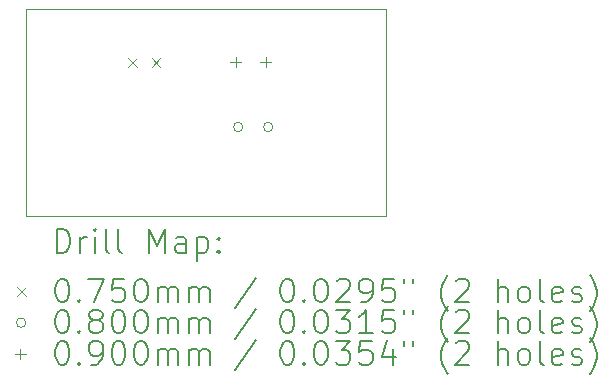
<source format=gbr>
%TF.GenerationSoftware,KiCad,Pcbnew,8.0.8*%
%TF.CreationDate,2025-02-20T18:26:07-06:00*%
%TF.ProjectId,LED_CIRCUIT,4c45445f-4349-4524-9355-49542e6b6963,rev?*%
%TF.SameCoordinates,Original*%
%TF.FileFunction,Drillmap*%
%TF.FilePolarity,Positive*%
%FSLAX45Y45*%
G04 Gerber Fmt 4.5, Leading zero omitted, Abs format (unit mm)*
G04 Created by KiCad (PCBNEW 8.0.8) date 2025-02-20 18:26:07*
%MOMM*%
%LPD*%
G01*
G04 APERTURE LIST*
%ADD10C,0.050000*%
%ADD11C,0.200000*%
%ADD12C,0.100000*%
G04 APERTURE END LIST*
D10*
X11450000Y-5750000D02*
X11450000Y-7500000D01*
X14500000Y-7500000D02*
X11450000Y-7500000D01*
X14500000Y-5750000D02*
X14500000Y-7500000D01*
X14500000Y-5750000D02*
X11450000Y-5750000D01*
D11*
D12*
X12312500Y-6167500D02*
X12387500Y-6242500D01*
X12387500Y-6167500D02*
X12312500Y-6242500D01*
X12512500Y-6167500D02*
X12587500Y-6242500D01*
X12587500Y-6167500D02*
X12512500Y-6242500D01*
X13285500Y-6750000D02*
G75*
G02*
X13205500Y-6750000I-40000J0D01*
G01*
X13205500Y-6750000D02*
G75*
G02*
X13285500Y-6750000I40000J0D01*
G01*
X13539500Y-6750000D02*
G75*
G02*
X13459500Y-6750000I-40000J0D01*
G01*
X13459500Y-6750000D02*
G75*
G02*
X13539500Y-6750000I40000J0D01*
G01*
X13223000Y-6155000D02*
X13223000Y-6245000D01*
X13178000Y-6200000D02*
X13268000Y-6200000D01*
X13477000Y-6155000D02*
X13477000Y-6245000D01*
X13432000Y-6200000D02*
X13522000Y-6200000D01*
D11*
X11708277Y-7813984D02*
X11708277Y-7613984D01*
X11708277Y-7613984D02*
X11755896Y-7613984D01*
X11755896Y-7613984D02*
X11784467Y-7623508D01*
X11784467Y-7623508D02*
X11803515Y-7642555D01*
X11803515Y-7642555D02*
X11813039Y-7661603D01*
X11813039Y-7661603D02*
X11822562Y-7699698D01*
X11822562Y-7699698D02*
X11822562Y-7728269D01*
X11822562Y-7728269D02*
X11813039Y-7766365D01*
X11813039Y-7766365D02*
X11803515Y-7785412D01*
X11803515Y-7785412D02*
X11784467Y-7804460D01*
X11784467Y-7804460D02*
X11755896Y-7813984D01*
X11755896Y-7813984D02*
X11708277Y-7813984D01*
X11908277Y-7813984D02*
X11908277Y-7680650D01*
X11908277Y-7718746D02*
X11917801Y-7699698D01*
X11917801Y-7699698D02*
X11927324Y-7690174D01*
X11927324Y-7690174D02*
X11946372Y-7680650D01*
X11946372Y-7680650D02*
X11965420Y-7680650D01*
X12032086Y-7813984D02*
X12032086Y-7680650D01*
X12032086Y-7613984D02*
X12022562Y-7623508D01*
X12022562Y-7623508D02*
X12032086Y-7633031D01*
X12032086Y-7633031D02*
X12041610Y-7623508D01*
X12041610Y-7623508D02*
X12032086Y-7613984D01*
X12032086Y-7613984D02*
X12032086Y-7633031D01*
X12155896Y-7813984D02*
X12136848Y-7804460D01*
X12136848Y-7804460D02*
X12127324Y-7785412D01*
X12127324Y-7785412D02*
X12127324Y-7613984D01*
X12260658Y-7813984D02*
X12241610Y-7804460D01*
X12241610Y-7804460D02*
X12232086Y-7785412D01*
X12232086Y-7785412D02*
X12232086Y-7613984D01*
X12489229Y-7813984D02*
X12489229Y-7613984D01*
X12489229Y-7613984D02*
X12555896Y-7756841D01*
X12555896Y-7756841D02*
X12622562Y-7613984D01*
X12622562Y-7613984D02*
X12622562Y-7813984D01*
X12803515Y-7813984D02*
X12803515Y-7709222D01*
X12803515Y-7709222D02*
X12793991Y-7690174D01*
X12793991Y-7690174D02*
X12774943Y-7680650D01*
X12774943Y-7680650D02*
X12736848Y-7680650D01*
X12736848Y-7680650D02*
X12717801Y-7690174D01*
X12803515Y-7804460D02*
X12784467Y-7813984D01*
X12784467Y-7813984D02*
X12736848Y-7813984D01*
X12736848Y-7813984D02*
X12717801Y-7804460D01*
X12717801Y-7804460D02*
X12708277Y-7785412D01*
X12708277Y-7785412D02*
X12708277Y-7766365D01*
X12708277Y-7766365D02*
X12717801Y-7747317D01*
X12717801Y-7747317D02*
X12736848Y-7737793D01*
X12736848Y-7737793D02*
X12784467Y-7737793D01*
X12784467Y-7737793D02*
X12803515Y-7728269D01*
X12898753Y-7680650D02*
X12898753Y-7880650D01*
X12898753Y-7690174D02*
X12917801Y-7680650D01*
X12917801Y-7680650D02*
X12955896Y-7680650D01*
X12955896Y-7680650D02*
X12974943Y-7690174D01*
X12974943Y-7690174D02*
X12984467Y-7699698D01*
X12984467Y-7699698D02*
X12993991Y-7718746D01*
X12993991Y-7718746D02*
X12993991Y-7775888D01*
X12993991Y-7775888D02*
X12984467Y-7794936D01*
X12984467Y-7794936D02*
X12974943Y-7804460D01*
X12974943Y-7804460D02*
X12955896Y-7813984D01*
X12955896Y-7813984D02*
X12917801Y-7813984D01*
X12917801Y-7813984D02*
X12898753Y-7804460D01*
X13079705Y-7794936D02*
X13089229Y-7804460D01*
X13089229Y-7804460D02*
X13079705Y-7813984D01*
X13079705Y-7813984D02*
X13070182Y-7804460D01*
X13070182Y-7804460D02*
X13079705Y-7794936D01*
X13079705Y-7794936D02*
X13079705Y-7813984D01*
X13079705Y-7690174D02*
X13089229Y-7699698D01*
X13089229Y-7699698D02*
X13079705Y-7709222D01*
X13079705Y-7709222D02*
X13070182Y-7699698D01*
X13070182Y-7699698D02*
X13079705Y-7690174D01*
X13079705Y-7690174D02*
X13079705Y-7709222D01*
D12*
X11372500Y-8105000D02*
X11447500Y-8180000D01*
X11447500Y-8105000D02*
X11372500Y-8180000D01*
D11*
X11746372Y-8033984D02*
X11765420Y-8033984D01*
X11765420Y-8033984D02*
X11784467Y-8043508D01*
X11784467Y-8043508D02*
X11793991Y-8053031D01*
X11793991Y-8053031D02*
X11803515Y-8072079D01*
X11803515Y-8072079D02*
X11813039Y-8110174D01*
X11813039Y-8110174D02*
X11813039Y-8157793D01*
X11813039Y-8157793D02*
X11803515Y-8195888D01*
X11803515Y-8195888D02*
X11793991Y-8214936D01*
X11793991Y-8214936D02*
X11784467Y-8224460D01*
X11784467Y-8224460D02*
X11765420Y-8233984D01*
X11765420Y-8233984D02*
X11746372Y-8233984D01*
X11746372Y-8233984D02*
X11727324Y-8224460D01*
X11727324Y-8224460D02*
X11717801Y-8214936D01*
X11717801Y-8214936D02*
X11708277Y-8195888D01*
X11708277Y-8195888D02*
X11698753Y-8157793D01*
X11698753Y-8157793D02*
X11698753Y-8110174D01*
X11698753Y-8110174D02*
X11708277Y-8072079D01*
X11708277Y-8072079D02*
X11717801Y-8053031D01*
X11717801Y-8053031D02*
X11727324Y-8043508D01*
X11727324Y-8043508D02*
X11746372Y-8033984D01*
X11898753Y-8214936D02*
X11908277Y-8224460D01*
X11908277Y-8224460D02*
X11898753Y-8233984D01*
X11898753Y-8233984D02*
X11889229Y-8224460D01*
X11889229Y-8224460D02*
X11898753Y-8214936D01*
X11898753Y-8214936D02*
X11898753Y-8233984D01*
X11974943Y-8033984D02*
X12108277Y-8033984D01*
X12108277Y-8033984D02*
X12022562Y-8233984D01*
X12279705Y-8033984D02*
X12184467Y-8033984D01*
X12184467Y-8033984D02*
X12174943Y-8129222D01*
X12174943Y-8129222D02*
X12184467Y-8119698D01*
X12184467Y-8119698D02*
X12203515Y-8110174D01*
X12203515Y-8110174D02*
X12251134Y-8110174D01*
X12251134Y-8110174D02*
X12270182Y-8119698D01*
X12270182Y-8119698D02*
X12279705Y-8129222D01*
X12279705Y-8129222D02*
X12289229Y-8148269D01*
X12289229Y-8148269D02*
X12289229Y-8195888D01*
X12289229Y-8195888D02*
X12279705Y-8214936D01*
X12279705Y-8214936D02*
X12270182Y-8224460D01*
X12270182Y-8224460D02*
X12251134Y-8233984D01*
X12251134Y-8233984D02*
X12203515Y-8233984D01*
X12203515Y-8233984D02*
X12184467Y-8224460D01*
X12184467Y-8224460D02*
X12174943Y-8214936D01*
X12413039Y-8033984D02*
X12432086Y-8033984D01*
X12432086Y-8033984D02*
X12451134Y-8043508D01*
X12451134Y-8043508D02*
X12460658Y-8053031D01*
X12460658Y-8053031D02*
X12470182Y-8072079D01*
X12470182Y-8072079D02*
X12479705Y-8110174D01*
X12479705Y-8110174D02*
X12479705Y-8157793D01*
X12479705Y-8157793D02*
X12470182Y-8195888D01*
X12470182Y-8195888D02*
X12460658Y-8214936D01*
X12460658Y-8214936D02*
X12451134Y-8224460D01*
X12451134Y-8224460D02*
X12432086Y-8233984D01*
X12432086Y-8233984D02*
X12413039Y-8233984D01*
X12413039Y-8233984D02*
X12393991Y-8224460D01*
X12393991Y-8224460D02*
X12384467Y-8214936D01*
X12384467Y-8214936D02*
X12374943Y-8195888D01*
X12374943Y-8195888D02*
X12365420Y-8157793D01*
X12365420Y-8157793D02*
X12365420Y-8110174D01*
X12365420Y-8110174D02*
X12374943Y-8072079D01*
X12374943Y-8072079D02*
X12384467Y-8053031D01*
X12384467Y-8053031D02*
X12393991Y-8043508D01*
X12393991Y-8043508D02*
X12413039Y-8033984D01*
X12565420Y-8233984D02*
X12565420Y-8100650D01*
X12565420Y-8119698D02*
X12574943Y-8110174D01*
X12574943Y-8110174D02*
X12593991Y-8100650D01*
X12593991Y-8100650D02*
X12622563Y-8100650D01*
X12622563Y-8100650D02*
X12641610Y-8110174D01*
X12641610Y-8110174D02*
X12651134Y-8129222D01*
X12651134Y-8129222D02*
X12651134Y-8233984D01*
X12651134Y-8129222D02*
X12660658Y-8110174D01*
X12660658Y-8110174D02*
X12679705Y-8100650D01*
X12679705Y-8100650D02*
X12708277Y-8100650D01*
X12708277Y-8100650D02*
X12727324Y-8110174D01*
X12727324Y-8110174D02*
X12736848Y-8129222D01*
X12736848Y-8129222D02*
X12736848Y-8233984D01*
X12832086Y-8233984D02*
X12832086Y-8100650D01*
X12832086Y-8119698D02*
X12841610Y-8110174D01*
X12841610Y-8110174D02*
X12860658Y-8100650D01*
X12860658Y-8100650D02*
X12889229Y-8100650D01*
X12889229Y-8100650D02*
X12908277Y-8110174D01*
X12908277Y-8110174D02*
X12917801Y-8129222D01*
X12917801Y-8129222D02*
X12917801Y-8233984D01*
X12917801Y-8129222D02*
X12927324Y-8110174D01*
X12927324Y-8110174D02*
X12946372Y-8100650D01*
X12946372Y-8100650D02*
X12974943Y-8100650D01*
X12974943Y-8100650D02*
X12993991Y-8110174D01*
X12993991Y-8110174D02*
X13003515Y-8129222D01*
X13003515Y-8129222D02*
X13003515Y-8233984D01*
X13393991Y-8024460D02*
X13222563Y-8281603D01*
X13651134Y-8033984D02*
X13670182Y-8033984D01*
X13670182Y-8033984D02*
X13689229Y-8043508D01*
X13689229Y-8043508D02*
X13698753Y-8053031D01*
X13698753Y-8053031D02*
X13708277Y-8072079D01*
X13708277Y-8072079D02*
X13717801Y-8110174D01*
X13717801Y-8110174D02*
X13717801Y-8157793D01*
X13717801Y-8157793D02*
X13708277Y-8195888D01*
X13708277Y-8195888D02*
X13698753Y-8214936D01*
X13698753Y-8214936D02*
X13689229Y-8224460D01*
X13689229Y-8224460D02*
X13670182Y-8233984D01*
X13670182Y-8233984D02*
X13651134Y-8233984D01*
X13651134Y-8233984D02*
X13632086Y-8224460D01*
X13632086Y-8224460D02*
X13622563Y-8214936D01*
X13622563Y-8214936D02*
X13613039Y-8195888D01*
X13613039Y-8195888D02*
X13603515Y-8157793D01*
X13603515Y-8157793D02*
X13603515Y-8110174D01*
X13603515Y-8110174D02*
X13613039Y-8072079D01*
X13613039Y-8072079D02*
X13622563Y-8053031D01*
X13622563Y-8053031D02*
X13632086Y-8043508D01*
X13632086Y-8043508D02*
X13651134Y-8033984D01*
X13803515Y-8214936D02*
X13813039Y-8224460D01*
X13813039Y-8224460D02*
X13803515Y-8233984D01*
X13803515Y-8233984D02*
X13793991Y-8224460D01*
X13793991Y-8224460D02*
X13803515Y-8214936D01*
X13803515Y-8214936D02*
X13803515Y-8233984D01*
X13936848Y-8033984D02*
X13955896Y-8033984D01*
X13955896Y-8033984D02*
X13974944Y-8043508D01*
X13974944Y-8043508D02*
X13984467Y-8053031D01*
X13984467Y-8053031D02*
X13993991Y-8072079D01*
X13993991Y-8072079D02*
X14003515Y-8110174D01*
X14003515Y-8110174D02*
X14003515Y-8157793D01*
X14003515Y-8157793D02*
X13993991Y-8195888D01*
X13993991Y-8195888D02*
X13984467Y-8214936D01*
X13984467Y-8214936D02*
X13974944Y-8224460D01*
X13974944Y-8224460D02*
X13955896Y-8233984D01*
X13955896Y-8233984D02*
X13936848Y-8233984D01*
X13936848Y-8233984D02*
X13917801Y-8224460D01*
X13917801Y-8224460D02*
X13908277Y-8214936D01*
X13908277Y-8214936D02*
X13898753Y-8195888D01*
X13898753Y-8195888D02*
X13889229Y-8157793D01*
X13889229Y-8157793D02*
X13889229Y-8110174D01*
X13889229Y-8110174D02*
X13898753Y-8072079D01*
X13898753Y-8072079D02*
X13908277Y-8053031D01*
X13908277Y-8053031D02*
X13917801Y-8043508D01*
X13917801Y-8043508D02*
X13936848Y-8033984D01*
X14079706Y-8053031D02*
X14089229Y-8043508D01*
X14089229Y-8043508D02*
X14108277Y-8033984D01*
X14108277Y-8033984D02*
X14155896Y-8033984D01*
X14155896Y-8033984D02*
X14174944Y-8043508D01*
X14174944Y-8043508D02*
X14184467Y-8053031D01*
X14184467Y-8053031D02*
X14193991Y-8072079D01*
X14193991Y-8072079D02*
X14193991Y-8091127D01*
X14193991Y-8091127D02*
X14184467Y-8119698D01*
X14184467Y-8119698D02*
X14070182Y-8233984D01*
X14070182Y-8233984D02*
X14193991Y-8233984D01*
X14289229Y-8233984D02*
X14327325Y-8233984D01*
X14327325Y-8233984D02*
X14346372Y-8224460D01*
X14346372Y-8224460D02*
X14355896Y-8214936D01*
X14355896Y-8214936D02*
X14374944Y-8186365D01*
X14374944Y-8186365D02*
X14384467Y-8148269D01*
X14384467Y-8148269D02*
X14384467Y-8072079D01*
X14384467Y-8072079D02*
X14374944Y-8053031D01*
X14374944Y-8053031D02*
X14365420Y-8043508D01*
X14365420Y-8043508D02*
X14346372Y-8033984D01*
X14346372Y-8033984D02*
X14308277Y-8033984D01*
X14308277Y-8033984D02*
X14289229Y-8043508D01*
X14289229Y-8043508D02*
X14279706Y-8053031D01*
X14279706Y-8053031D02*
X14270182Y-8072079D01*
X14270182Y-8072079D02*
X14270182Y-8119698D01*
X14270182Y-8119698D02*
X14279706Y-8138746D01*
X14279706Y-8138746D02*
X14289229Y-8148269D01*
X14289229Y-8148269D02*
X14308277Y-8157793D01*
X14308277Y-8157793D02*
X14346372Y-8157793D01*
X14346372Y-8157793D02*
X14365420Y-8148269D01*
X14365420Y-8148269D02*
X14374944Y-8138746D01*
X14374944Y-8138746D02*
X14384467Y-8119698D01*
X14565420Y-8033984D02*
X14470182Y-8033984D01*
X14470182Y-8033984D02*
X14460658Y-8129222D01*
X14460658Y-8129222D02*
X14470182Y-8119698D01*
X14470182Y-8119698D02*
X14489229Y-8110174D01*
X14489229Y-8110174D02*
X14536848Y-8110174D01*
X14536848Y-8110174D02*
X14555896Y-8119698D01*
X14555896Y-8119698D02*
X14565420Y-8129222D01*
X14565420Y-8129222D02*
X14574944Y-8148269D01*
X14574944Y-8148269D02*
X14574944Y-8195888D01*
X14574944Y-8195888D02*
X14565420Y-8214936D01*
X14565420Y-8214936D02*
X14555896Y-8224460D01*
X14555896Y-8224460D02*
X14536848Y-8233984D01*
X14536848Y-8233984D02*
X14489229Y-8233984D01*
X14489229Y-8233984D02*
X14470182Y-8224460D01*
X14470182Y-8224460D02*
X14460658Y-8214936D01*
X14651134Y-8033984D02*
X14651134Y-8072079D01*
X14727325Y-8033984D02*
X14727325Y-8072079D01*
X15022563Y-8310174D02*
X15013039Y-8300650D01*
X15013039Y-8300650D02*
X14993991Y-8272079D01*
X14993991Y-8272079D02*
X14984468Y-8253031D01*
X14984468Y-8253031D02*
X14974944Y-8224460D01*
X14974944Y-8224460D02*
X14965420Y-8176841D01*
X14965420Y-8176841D02*
X14965420Y-8138746D01*
X14965420Y-8138746D02*
X14974944Y-8091127D01*
X14974944Y-8091127D02*
X14984468Y-8062555D01*
X14984468Y-8062555D02*
X14993991Y-8043508D01*
X14993991Y-8043508D02*
X15013039Y-8014936D01*
X15013039Y-8014936D02*
X15022563Y-8005412D01*
X15089229Y-8053031D02*
X15098753Y-8043508D01*
X15098753Y-8043508D02*
X15117801Y-8033984D01*
X15117801Y-8033984D02*
X15165420Y-8033984D01*
X15165420Y-8033984D02*
X15184468Y-8043508D01*
X15184468Y-8043508D02*
X15193991Y-8053031D01*
X15193991Y-8053031D02*
X15203515Y-8072079D01*
X15203515Y-8072079D02*
X15203515Y-8091127D01*
X15203515Y-8091127D02*
X15193991Y-8119698D01*
X15193991Y-8119698D02*
X15079706Y-8233984D01*
X15079706Y-8233984D02*
X15203515Y-8233984D01*
X15441610Y-8233984D02*
X15441610Y-8033984D01*
X15527325Y-8233984D02*
X15527325Y-8129222D01*
X15527325Y-8129222D02*
X15517801Y-8110174D01*
X15517801Y-8110174D02*
X15498753Y-8100650D01*
X15498753Y-8100650D02*
X15470182Y-8100650D01*
X15470182Y-8100650D02*
X15451134Y-8110174D01*
X15451134Y-8110174D02*
X15441610Y-8119698D01*
X15651134Y-8233984D02*
X15632087Y-8224460D01*
X15632087Y-8224460D02*
X15622563Y-8214936D01*
X15622563Y-8214936D02*
X15613039Y-8195888D01*
X15613039Y-8195888D02*
X15613039Y-8138746D01*
X15613039Y-8138746D02*
X15622563Y-8119698D01*
X15622563Y-8119698D02*
X15632087Y-8110174D01*
X15632087Y-8110174D02*
X15651134Y-8100650D01*
X15651134Y-8100650D02*
X15679706Y-8100650D01*
X15679706Y-8100650D02*
X15698753Y-8110174D01*
X15698753Y-8110174D02*
X15708277Y-8119698D01*
X15708277Y-8119698D02*
X15717801Y-8138746D01*
X15717801Y-8138746D02*
X15717801Y-8195888D01*
X15717801Y-8195888D02*
X15708277Y-8214936D01*
X15708277Y-8214936D02*
X15698753Y-8224460D01*
X15698753Y-8224460D02*
X15679706Y-8233984D01*
X15679706Y-8233984D02*
X15651134Y-8233984D01*
X15832087Y-8233984D02*
X15813039Y-8224460D01*
X15813039Y-8224460D02*
X15803515Y-8205412D01*
X15803515Y-8205412D02*
X15803515Y-8033984D01*
X15984468Y-8224460D02*
X15965420Y-8233984D01*
X15965420Y-8233984D02*
X15927325Y-8233984D01*
X15927325Y-8233984D02*
X15908277Y-8224460D01*
X15908277Y-8224460D02*
X15898753Y-8205412D01*
X15898753Y-8205412D02*
X15898753Y-8129222D01*
X15898753Y-8129222D02*
X15908277Y-8110174D01*
X15908277Y-8110174D02*
X15927325Y-8100650D01*
X15927325Y-8100650D02*
X15965420Y-8100650D01*
X15965420Y-8100650D02*
X15984468Y-8110174D01*
X15984468Y-8110174D02*
X15993991Y-8129222D01*
X15993991Y-8129222D02*
X15993991Y-8148269D01*
X15993991Y-8148269D02*
X15898753Y-8167317D01*
X16070182Y-8224460D02*
X16089230Y-8233984D01*
X16089230Y-8233984D02*
X16127325Y-8233984D01*
X16127325Y-8233984D02*
X16146372Y-8224460D01*
X16146372Y-8224460D02*
X16155896Y-8205412D01*
X16155896Y-8205412D02*
X16155896Y-8195888D01*
X16155896Y-8195888D02*
X16146372Y-8176841D01*
X16146372Y-8176841D02*
X16127325Y-8167317D01*
X16127325Y-8167317D02*
X16098753Y-8167317D01*
X16098753Y-8167317D02*
X16079706Y-8157793D01*
X16079706Y-8157793D02*
X16070182Y-8138746D01*
X16070182Y-8138746D02*
X16070182Y-8129222D01*
X16070182Y-8129222D02*
X16079706Y-8110174D01*
X16079706Y-8110174D02*
X16098753Y-8100650D01*
X16098753Y-8100650D02*
X16127325Y-8100650D01*
X16127325Y-8100650D02*
X16146372Y-8110174D01*
X16222563Y-8310174D02*
X16232087Y-8300650D01*
X16232087Y-8300650D02*
X16251134Y-8272079D01*
X16251134Y-8272079D02*
X16260658Y-8253031D01*
X16260658Y-8253031D02*
X16270182Y-8224460D01*
X16270182Y-8224460D02*
X16279706Y-8176841D01*
X16279706Y-8176841D02*
X16279706Y-8138746D01*
X16279706Y-8138746D02*
X16270182Y-8091127D01*
X16270182Y-8091127D02*
X16260658Y-8062555D01*
X16260658Y-8062555D02*
X16251134Y-8043508D01*
X16251134Y-8043508D02*
X16232087Y-8014936D01*
X16232087Y-8014936D02*
X16222563Y-8005412D01*
D12*
X11447500Y-8406500D02*
G75*
G02*
X11367500Y-8406500I-40000J0D01*
G01*
X11367500Y-8406500D02*
G75*
G02*
X11447500Y-8406500I40000J0D01*
G01*
D11*
X11746372Y-8297984D02*
X11765420Y-8297984D01*
X11765420Y-8297984D02*
X11784467Y-8307508D01*
X11784467Y-8307508D02*
X11793991Y-8317031D01*
X11793991Y-8317031D02*
X11803515Y-8336079D01*
X11803515Y-8336079D02*
X11813039Y-8374174D01*
X11813039Y-8374174D02*
X11813039Y-8421793D01*
X11813039Y-8421793D02*
X11803515Y-8459889D01*
X11803515Y-8459889D02*
X11793991Y-8478936D01*
X11793991Y-8478936D02*
X11784467Y-8488460D01*
X11784467Y-8488460D02*
X11765420Y-8497984D01*
X11765420Y-8497984D02*
X11746372Y-8497984D01*
X11746372Y-8497984D02*
X11727324Y-8488460D01*
X11727324Y-8488460D02*
X11717801Y-8478936D01*
X11717801Y-8478936D02*
X11708277Y-8459889D01*
X11708277Y-8459889D02*
X11698753Y-8421793D01*
X11698753Y-8421793D02*
X11698753Y-8374174D01*
X11698753Y-8374174D02*
X11708277Y-8336079D01*
X11708277Y-8336079D02*
X11717801Y-8317031D01*
X11717801Y-8317031D02*
X11727324Y-8307508D01*
X11727324Y-8307508D02*
X11746372Y-8297984D01*
X11898753Y-8478936D02*
X11908277Y-8488460D01*
X11908277Y-8488460D02*
X11898753Y-8497984D01*
X11898753Y-8497984D02*
X11889229Y-8488460D01*
X11889229Y-8488460D02*
X11898753Y-8478936D01*
X11898753Y-8478936D02*
X11898753Y-8497984D01*
X12022562Y-8383698D02*
X12003515Y-8374174D01*
X12003515Y-8374174D02*
X11993991Y-8364650D01*
X11993991Y-8364650D02*
X11984467Y-8345603D01*
X11984467Y-8345603D02*
X11984467Y-8336079D01*
X11984467Y-8336079D02*
X11993991Y-8317031D01*
X11993991Y-8317031D02*
X12003515Y-8307508D01*
X12003515Y-8307508D02*
X12022562Y-8297984D01*
X12022562Y-8297984D02*
X12060658Y-8297984D01*
X12060658Y-8297984D02*
X12079705Y-8307508D01*
X12079705Y-8307508D02*
X12089229Y-8317031D01*
X12089229Y-8317031D02*
X12098753Y-8336079D01*
X12098753Y-8336079D02*
X12098753Y-8345603D01*
X12098753Y-8345603D02*
X12089229Y-8364650D01*
X12089229Y-8364650D02*
X12079705Y-8374174D01*
X12079705Y-8374174D02*
X12060658Y-8383698D01*
X12060658Y-8383698D02*
X12022562Y-8383698D01*
X12022562Y-8383698D02*
X12003515Y-8393222D01*
X12003515Y-8393222D02*
X11993991Y-8402746D01*
X11993991Y-8402746D02*
X11984467Y-8421793D01*
X11984467Y-8421793D02*
X11984467Y-8459889D01*
X11984467Y-8459889D02*
X11993991Y-8478936D01*
X11993991Y-8478936D02*
X12003515Y-8488460D01*
X12003515Y-8488460D02*
X12022562Y-8497984D01*
X12022562Y-8497984D02*
X12060658Y-8497984D01*
X12060658Y-8497984D02*
X12079705Y-8488460D01*
X12079705Y-8488460D02*
X12089229Y-8478936D01*
X12089229Y-8478936D02*
X12098753Y-8459889D01*
X12098753Y-8459889D02*
X12098753Y-8421793D01*
X12098753Y-8421793D02*
X12089229Y-8402746D01*
X12089229Y-8402746D02*
X12079705Y-8393222D01*
X12079705Y-8393222D02*
X12060658Y-8383698D01*
X12222562Y-8297984D02*
X12241610Y-8297984D01*
X12241610Y-8297984D02*
X12260658Y-8307508D01*
X12260658Y-8307508D02*
X12270182Y-8317031D01*
X12270182Y-8317031D02*
X12279705Y-8336079D01*
X12279705Y-8336079D02*
X12289229Y-8374174D01*
X12289229Y-8374174D02*
X12289229Y-8421793D01*
X12289229Y-8421793D02*
X12279705Y-8459889D01*
X12279705Y-8459889D02*
X12270182Y-8478936D01*
X12270182Y-8478936D02*
X12260658Y-8488460D01*
X12260658Y-8488460D02*
X12241610Y-8497984D01*
X12241610Y-8497984D02*
X12222562Y-8497984D01*
X12222562Y-8497984D02*
X12203515Y-8488460D01*
X12203515Y-8488460D02*
X12193991Y-8478936D01*
X12193991Y-8478936D02*
X12184467Y-8459889D01*
X12184467Y-8459889D02*
X12174943Y-8421793D01*
X12174943Y-8421793D02*
X12174943Y-8374174D01*
X12174943Y-8374174D02*
X12184467Y-8336079D01*
X12184467Y-8336079D02*
X12193991Y-8317031D01*
X12193991Y-8317031D02*
X12203515Y-8307508D01*
X12203515Y-8307508D02*
X12222562Y-8297984D01*
X12413039Y-8297984D02*
X12432086Y-8297984D01*
X12432086Y-8297984D02*
X12451134Y-8307508D01*
X12451134Y-8307508D02*
X12460658Y-8317031D01*
X12460658Y-8317031D02*
X12470182Y-8336079D01*
X12470182Y-8336079D02*
X12479705Y-8374174D01*
X12479705Y-8374174D02*
X12479705Y-8421793D01*
X12479705Y-8421793D02*
X12470182Y-8459889D01*
X12470182Y-8459889D02*
X12460658Y-8478936D01*
X12460658Y-8478936D02*
X12451134Y-8488460D01*
X12451134Y-8488460D02*
X12432086Y-8497984D01*
X12432086Y-8497984D02*
X12413039Y-8497984D01*
X12413039Y-8497984D02*
X12393991Y-8488460D01*
X12393991Y-8488460D02*
X12384467Y-8478936D01*
X12384467Y-8478936D02*
X12374943Y-8459889D01*
X12374943Y-8459889D02*
X12365420Y-8421793D01*
X12365420Y-8421793D02*
X12365420Y-8374174D01*
X12365420Y-8374174D02*
X12374943Y-8336079D01*
X12374943Y-8336079D02*
X12384467Y-8317031D01*
X12384467Y-8317031D02*
X12393991Y-8307508D01*
X12393991Y-8307508D02*
X12413039Y-8297984D01*
X12565420Y-8497984D02*
X12565420Y-8364650D01*
X12565420Y-8383698D02*
X12574943Y-8374174D01*
X12574943Y-8374174D02*
X12593991Y-8364650D01*
X12593991Y-8364650D02*
X12622563Y-8364650D01*
X12622563Y-8364650D02*
X12641610Y-8374174D01*
X12641610Y-8374174D02*
X12651134Y-8393222D01*
X12651134Y-8393222D02*
X12651134Y-8497984D01*
X12651134Y-8393222D02*
X12660658Y-8374174D01*
X12660658Y-8374174D02*
X12679705Y-8364650D01*
X12679705Y-8364650D02*
X12708277Y-8364650D01*
X12708277Y-8364650D02*
X12727324Y-8374174D01*
X12727324Y-8374174D02*
X12736848Y-8393222D01*
X12736848Y-8393222D02*
X12736848Y-8497984D01*
X12832086Y-8497984D02*
X12832086Y-8364650D01*
X12832086Y-8383698D02*
X12841610Y-8374174D01*
X12841610Y-8374174D02*
X12860658Y-8364650D01*
X12860658Y-8364650D02*
X12889229Y-8364650D01*
X12889229Y-8364650D02*
X12908277Y-8374174D01*
X12908277Y-8374174D02*
X12917801Y-8393222D01*
X12917801Y-8393222D02*
X12917801Y-8497984D01*
X12917801Y-8393222D02*
X12927324Y-8374174D01*
X12927324Y-8374174D02*
X12946372Y-8364650D01*
X12946372Y-8364650D02*
X12974943Y-8364650D01*
X12974943Y-8364650D02*
X12993991Y-8374174D01*
X12993991Y-8374174D02*
X13003515Y-8393222D01*
X13003515Y-8393222D02*
X13003515Y-8497984D01*
X13393991Y-8288460D02*
X13222563Y-8545603D01*
X13651134Y-8297984D02*
X13670182Y-8297984D01*
X13670182Y-8297984D02*
X13689229Y-8307508D01*
X13689229Y-8307508D02*
X13698753Y-8317031D01*
X13698753Y-8317031D02*
X13708277Y-8336079D01*
X13708277Y-8336079D02*
X13717801Y-8374174D01*
X13717801Y-8374174D02*
X13717801Y-8421793D01*
X13717801Y-8421793D02*
X13708277Y-8459889D01*
X13708277Y-8459889D02*
X13698753Y-8478936D01*
X13698753Y-8478936D02*
X13689229Y-8488460D01*
X13689229Y-8488460D02*
X13670182Y-8497984D01*
X13670182Y-8497984D02*
X13651134Y-8497984D01*
X13651134Y-8497984D02*
X13632086Y-8488460D01*
X13632086Y-8488460D02*
X13622563Y-8478936D01*
X13622563Y-8478936D02*
X13613039Y-8459889D01*
X13613039Y-8459889D02*
X13603515Y-8421793D01*
X13603515Y-8421793D02*
X13603515Y-8374174D01*
X13603515Y-8374174D02*
X13613039Y-8336079D01*
X13613039Y-8336079D02*
X13622563Y-8317031D01*
X13622563Y-8317031D02*
X13632086Y-8307508D01*
X13632086Y-8307508D02*
X13651134Y-8297984D01*
X13803515Y-8478936D02*
X13813039Y-8488460D01*
X13813039Y-8488460D02*
X13803515Y-8497984D01*
X13803515Y-8497984D02*
X13793991Y-8488460D01*
X13793991Y-8488460D02*
X13803515Y-8478936D01*
X13803515Y-8478936D02*
X13803515Y-8497984D01*
X13936848Y-8297984D02*
X13955896Y-8297984D01*
X13955896Y-8297984D02*
X13974944Y-8307508D01*
X13974944Y-8307508D02*
X13984467Y-8317031D01*
X13984467Y-8317031D02*
X13993991Y-8336079D01*
X13993991Y-8336079D02*
X14003515Y-8374174D01*
X14003515Y-8374174D02*
X14003515Y-8421793D01*
X14003515Y-8421793D02*
X13993991Y-8459889D01*
X13993991Y-8459889D02*
X13984467Y-8478936D01*
X13984467Y-8478936D02*
X13974944Y-8488460D01*
X13974944Y-8488460D02*
X13955896Y-8497984D01*
X13955896Y-8497984D02*
X13936848Y-8497984D01*
X13936848Y-8497984D02*
X13917801Y-8488460D01*
X13917801Y-8488460D02*
X13908277Y-8478936D01*
X13908277Y-8478936D02*
X13898753Y-8459889D01*
X13898753Y-8459889D02*
X13889229Y-8421793D01*
X13889229Y-8421793D02*
X13889229Y-8374174D01*
X13889229Y-8374174D02*
X13898753Y-8336079D01*
X13898753Y-8336079D02*
X13908277Y-8317031D01*
X13908277Y-8317031D02*
X13917801Y-8307508D01*
X13917801Y-8307508D02*
X13936848Y-8297984D01*
X14070182Y-8297984D02*
X14193991Y-8297984D01*
X14193991Y-8297984D02*
X14127325Y-8374174D01*
X14127325Y-8374174D02*
X14155896Y-8374174D01*
X14155896Y-8374174D02*
X14174944Y-8383698D01*
X14174944Y-8383698D02*
X14184467Y-8393222D01*
X14184467Y-8393222D02*
X14193991Y-8412270D01*
X14193991Y-8412270D02*
X14193991Y-8459889D01*
X14193991Y-8459889D02*
X14184467Y-8478936D01*
X14184467Y-8478936D02*
X14174944Y-8488460D01*
X14174944Y-8488460D02*
X14155896Y-8497984D01*
X14155896Y-8497984D02*
X14098753Y-8497984D01*
X14098753Y-8497984D02*
X14079706Y-8488460D01*
X14079706Y-8488460D02*
X14070182Y-8478936D01*
X14384467Y-8497984D02*
X14270182Y-8497984D01*
X14327325Y-8497984D02*
X14327325Y-8297984D01*
X14327325Y-8297984D02*
X14308277Y-8326555D01*
X14308277Y-8326555D02*
X14289229Y-8345603D01*
X14289229Y-8345603D02*
X14270182Y-8355127D01*
X14565420Y-8297984D02*
X14470182Y-8297984D01*
X14470182Y-8297984D02*
X14460658Y-8393222D01*
X14460658Y-8393222D02*
X14470182Y-8383698D01*
X14470182Y-8383698D02*
X14489229Y-8374174D01*
X14489229Y-8374174D02*
X14536848Y-8374174D01*
X14536848Y-8374174D02*
X14555896Y-8383698D01*
X14555896Y-8383698D02*
X14565420Y-8393222D01*
X14565420Y-8393222D02*
X14574944Y-8412270D01*
X14574944Y-8412270D02*
X14574944Y-8459889D01*
X14574944Y-8459889D02*
X14565420Y-8478936D01*
X14565420Y-8478936D02*
X14555896Y-8488460D01*
X14555896Y-8488460D02*
X14536848Y-8497984D01*
X14536848Y-8497984D02*
X14489229Y-8497984D01*
X14489229Y-8497984D02*
X14470182Y-8488460D01*
X14470182Y-8488460D02*
X14460658Y-8478936D01*
X14651134Y-8297984D02*
X14651134Y-8336079D01*
X14727325Y-8297984D02*
X14727325Y-8336079D01*
X15022563Y-8574174D02*
X15013039Y-8564650D01*
X15013039Y-8564650D02*
X14993991Y-8536079D01*
X14993991Y-8536079D02*
X14984468Y-8517031D01*
X14984468Y-8517031D02*
X14974944Y-8488460D01*
X14974944Y-8488460D02*
X14965420Y-8440841D01*
X14965420Y-8440841D02*
X14965420Y-8402746D01*
X14965420Y-8402746D02*
X14974944Y-8355127D01*
X14974944Y-8355127D02*
X14984468Y-8326555D01*
X14984468Y-8326555D02*
X14993991Y-8307508D01*
X14993991Y-8307508D02*
X15013039Y-8278936D01*
X15013039Y-8278936D02*
X15022563Y-8269412D01*
X15089229Y-8317031D02*
X15098753Y-8307508D01*
X15098753Y-8307508D02*
X15117801Y-8297984D01*
X15117801Y-8297984D02*
X15165420Y-8297984D01*
X15165420Y-8297984D02*
X15184468Y-8307508D01*
X15184468Y-8307508D02*
X15193991Y-8317031D01*
X15193991Y-8317031D02*
X15203515Y-8336079D01*
X15203515Y-8336079D02*
X15203515Y-8355127D01*
X15203515Y-8355127D02*
X15193991Y-8383698D01*
X15193991Y-8383698D02*
X15079706Y-8497984D01*
X15079706Y-8497984D02*
X15203515Y-8497984D01*
X15441610Y-8497984D02*
X15441610Y-8297984D01*
X15527325Y-8497984D02*
X15527325Y-8393222D01*
X15527325Y-8393222D02*
X15517801Y-8374174D01*
X15517801Y-8374174D02*
X15498753Y-8364650D01*
X15498753Y-8364650D02*
X15470182Y-8364650D01*
X15470182Y-8364650D02*
X15451134Y-8374174D01*
X15451134Y-8374174D02*
X15441610Y-8383698D01*
X15651134Y-8497984D02*
X15632087Y-8488460D01*
X15632087Y-8488460D02*
X15622563Y-8478936D01*
X15622563Y-8478936D02*
X15613039Y-8459889D01*
X15613039Y-8459889D02*
X15613039Y-8402746D01*
X15613039Y-8402746D02*
X15622563Y-8383698D01*
X15622563Y-8383698D02*
X15632087Y-8374174D01*
X15632087Y-8374174D02*
X15651134Y-8364650D01*
X15651134Y-8364650D02*
X15679706Y-8364650D01*
X15679706Y-8364650D02*
X15698753Y-8374174D01*
X15698753Y-8374174D02*
X15708277Y-8383698D01*
X15708277Y-8383698D02*
X15717801Y-8402746D01*
X15717801Y-8402746D02*
X15717801Y-8459889D01*
X15717801Y-8459889D02*
X15708277Y-8478936D01*
X15708277Y-8478936D02*
X15698753Y-8488460D01*
X15698753Y-8488460D02*
X15679706Y-8497984D01*
X15679706Y-8497984D02*
X15651134Y-8497984D01*
X15832087Y-8497984D02*
X15813039Y-8488460D01*
X15813039Y-8488460D02*
X15803515Y-8469412D01*
X15803515Y-8469412D02*
X15803515Y-8297984D01*
X15984468Y-8488460D02*
X15965420Y-8497984D01*
X15965420Y-8497984D02*
X15927325Y-8497984D01*
X15927325Y-8497984D02*
X15908277Y-8488460D01*
X15908277Y-8488460D02*
X15898753Y-8469412D01*
X15898753Y-8469412D02*
X15898753Y-8393222D01*
X15898753Y-8393222D02*
X15908277Y-8374174D01*
X15908277Y-8374174D02*
X15927325Y-8364650D01*
X15927325Y-8364650D02*
X15965420Y-8364650D01*
X15965420Y-8364650D02*
X15984468Y-8374174D01*
X15984468Y-8374174D02*
X15993991Y-8393222D01*
X15993991Y-8393222D02*
X15993991Y-8412270D01*
X15993991Y-8412270D02*
X15898753Y-8431317D01*
X16070182Y-8488460D02*
X16089230Y-8497984D01*
X16089230Y-8497984D02*
X16127325Y-8497984D01*
X16127325Y-8497984D02*
X16146372Y-8488460D01*
X16146372Y-8488460D02*
X16155896Y-8469412D01*
X16155896Y-8469412D02*
X16155896Y-8459889D01*
X16155896Y-8459889D02*
X16146372Y-8440841D01*
X16146372Y-8440841D02*
X16127325Y-8431317D01*
X16127325Y-8431317D02*
X16098753Y-8431317D01*
X16098753Y-8431317D02*
X16079706Y-8421793D01*
X16079706Y-8421793D02*
X16070182Y-8402746D01*
X16070182Y-8402746D02*
X16070182Y-8393222D01*
X16070182Y-8393222D02*
X16079706Y-8374174D01*
X16079706Y-8374174D02*
X16098753Y-8364650D01*
X16098753Y-8364650D02*
X16127325Y-8364650D01*
X16127325Y-8364650D02*
X16146372Y-8374174D01*
X16222563Y-8574174D02*
X16232087Y-8564650D01*
X16232087Y-8564650D02*
X16251134Y-8536079D01*
X16251134Y-8536079D02*
X16260658Y-8517031D01*
X16260658Y-8517031D02*
X16270182Y-8488460D01*
X16270182Y-8488460D02*
X16279706Y-8440841D01*
X16279706Y-8440841D02*
X16279706Y-8402746D01*
X16279706Y-8402746D02*
X16270182Y-8355127D01*
X16270182Y-8355127D02*
X16260658Y-8326555D01*
X16260658Y-8326555D02*
X16251134Y-8307508D01*
X16251134Y-8307508D02*
X16232087Y-8278936D01*
X16232087Y-8278936D02*
X16222563Y-8269412D01*
D12*
X11402500Y-8625500D02*
X11402500Y-8715500D01*
X11357500Y-8670500D02*
X11447500Y-8670500D01*
D11*
X11746372Y-8561984D02*
X11765420Y-8561984D01*
X11765420Y-8561984D02*
X11784467Y-8571508D01*
X11784467Y-8571508D02*
X11793991Y-8581031D01*
X11793991Y-8581031D02*
X11803515Y-8600079D01*
X11803515Y-8600079D02*
X11813039Y-8638174D01*
X11813039Y-8638174D02*
X11813039Y-8685793D01*
X11813039Y-8685793D02*
X11803515Y-8723889D01*
X11803515Y-8723889D02*
X11793991Y-8742936D01*
X11793991Y-8742936D02*
X11784467Y-8752460D01*
X11784467Y-8752460D02*
X11765420Y-8761984D01*
X11765420Y-8761984D02*
X11746372Y-8761984D01*
X11746372Y-8761984D02*
X11727324Y-8752460D01*
X11727324Y-8752460D02*
X11717801Y-8742936D01*
X11717801Y-8742936D02*
X11708277Y-8723889D01*
X11708277Y-8723889D02*
X11698753Y-8685793D01*
X11698753Y-8685793D02*
X11698753Y-8638174D01*
X11698753Y-8638174D02*
X11708277Y-8600079D01*
X11708277Y-8600079D02*
X11717801Y-8581031D01*
X11717801Y-8581031D02*
X11727324Y-8571508D01*
X11727324Y-8571508D02*
X11746372Y-8561984D01*
X11898753Y-8742936D02*
X11908277Y-8752460D01*
X11908277Y-8752460D02*
X11898753Y-8761984D01*
X11898753Y-8761984D02*
X11889229Y-8752460D01*
X11889229Y-8752460D02*
X11898753Y-8742936D01*
X11898753Y-8742936D02*
X11898753Y-8761984D01*
X12003515Y-8761984D02*
X12041610Y-8761984D01*
X12041610Y-8761984D02*
X12060658Y-8752460D01*
X12060658Y-8752460D02*
X12070182Y-8742936D01*
X12070182Y-8742936D02*
X12089229Y-8714365D01*
X12089229Y-8714365D02*
X12098753Y-8676270D01*
X12098753Y-8676270D02*
X12098753Y-8600079D01*
X12098753Y-8600079D02*
X12089229Y-8581031D01*
X12089229Y-8581031D02*
X12079705Y-8571508D01*
X12079705Y-8571508D02*
X12060658Y-8561984D01*
X12060658Y-8561984D02*
X12022562Y-8561984D01*
X12022562Y-8561984D02*
X12003515Y-8571508D01*
X12003515Y-8571508D02*
X11993991Y-8581031D01*
X11993991Y-8581031D02*
X11984467Y-8600079D01*
X11984467Y-8600079D02*
X11984467Y-8647698D01*
X11984467Y-8647698D02*
X11993991Y-8666746D01*
X11993991Y-8666746D02*
X12003515Y-8676270D01*
X12003515Y-8676270D02*
X12022562Y-8685793D01*
X12022562Y-8685793D02*
X12060658Y-8685793D01*
X12060658Y-8685793D02*
X12079705Y-8676270D01*
X12079705Y-8676270D02*
X12089229Y-8666746D01*
X12089229Y-8666746D02*
X12098753Y-8647698D01*
X12222562Y-8561984D02*
X12241610Y-8561984D01*
X12241610Y-8561984D02*
X12260658Y-8571508D01*
X12260658Y-8571508D02*
X12270182Y-8581031D01*
X12270182Y-8581031D02*
X12279705Y-8600079D01*
X12279705Y-8600079D02*
X12289229Y-8638174D01*
X12289229Y-8638174D02*
X12289229Y-8685793D01*
X12289229Y-8685793D02*
X12279705Y-8723889D01*
X12279705Y-8723889D02*
X12270182Y-8742936D01*
X12270182Y-8742936D02*
X12260658Y-8752460D01*
X12260658Y-8752460D02*
X12241610Y-8761984D01*
X12241610Y-8761984D02*
X12222562Y-8761984D01*
X12222562Y-8761984D02*
X12203515Y-8752460D01*
X12203515Y-8752460D02*
X12193991Y-8742936D01*
X12193991Y-8742936D02*
X12184467Y-8723889D01*
X12184467Y-8723889D02*
X12174943Y-8685793D01*
X12174943Y-8685793D02*
X12174943Y-8638174D01*
X12174943Y-8638174D02*
X12184467Y-8600079D01*
X12184467Y-8600079D02*
X12193991Y-8581031D01*
X12193991Y-8581031D02*
X12203515Y-8571508D01*
X12203515Y-8571508D02*
X12222562Y-8561984D01*
X12413039Y-8561984D02*
X12432086Y-8561984D01*
X12432086Y-8561984D02*
X12451134Y-8571508D01*
X12451134Y-8571508D02*
X12460658Y-8581031D01*
X12460658Y-8581031D02*
X12470182Y-8600079D01*
X12470182Y-8600079D02*
X12479705Y-8638174D01*
X12479705Y-8638174D02*
X12479705Y-8685793D01*
X12479705Y-8685793D02*
X12470182Y-8723889D01*
X12470182Y-8723889D02*
X12460658Y-8742936D01*
X12460658Y-8742936D02*
X12451134Y-8752460D01*
X12451134Y-8752460D02*
X12432086Y-8761984D01*
X12432086Y-8761984D02*
X12413039Y-8761984D01*
X12413039Y-8761984D02*
X12393991Y-8752460D01*
X12393991Y-8752460D02*
X12384467Y-8742936D01*
X12384467Y-8742936D02*
X12374943Y-8723889D01*
X12374943Y-8723889D02*
X12365420Y-8685793D01*
X12365420Y-8685793D02*
X12365420Y-8638174D01*
X12365420Y-8638174D02*
X12374943Y-8600079D01*
X12374943Y-8600079D02*
X12384467Y-8581031D01*
X12384467Y-8581031D02*
X12393991Y-8571508D01*
X12393991Y-8571508D02*
X12413039Y-8561984D01*
X12565420Y-8761984D02*
X12565420Y-8628650D01*
X12565420Y-8647698D02*
X12574943Y-8638174D01*
X12574943Y-8638174D02*
X12593991Y-8628650D01*
X12593991Y-8628650D02*
X12622563Y-8628650D01*
X12622563Y-8628650D02*
X12641610Y-8638174D01*
X12641610Y-8638174D02*
X12651134Y-8657222D01*
X12651134Y-8657222D02*
X12651134Y-8761984D01*
X12651134Y-8657222D02*
X12660658Y-8638174D01*
X12660658Y-8638174D02*
X12679705Y-8628650D01*
X12679705Y-8628650D02*
X12708277Y-8628650D01*
X12708277Y-8628650D02*
X12727324Y-8638174D01*
X12727324Y-8638174D02*
X12736848Y-8657222D01*
X12736848Y-8657222D02*
X12736848Y-8761984D01*
X12832086Y-8761984D02*
X12832086Y-8628650D01*
X12832086Y-8647698D02*
X12841610Y-8638174D01*
X12841610Y-8638174D02*
X12860658Y-8628650D01*
X12860658Y-8628650D02*
X12889229Y-8628650D01*
X12889229Y-8628650D02*
X12908277Y-8638174D01*
X12908277Y-8638174D02*
X12917801Y-8657222D01*
X12917801Y-8657222D02*
X12917801Y-8761984D01*
X12917801Y-8657222D02*
X12927324Y-8638174D01*
X12927324Y-8638174D02*
X12946372Y-8628650D01*
X12946372Y-8628650D02*
X12974943Y-8628650D01*
X12974943Y-8628650D02*
X12993991Y-8638174D01*
X12993991Y-8638174D02*
X13003515Y-8657222D01*
X13003515Y-8657222D02*
X13003515Y-8761984D01*
X13393991Y-8552460D02*
X13222563Y-8809603D01*
X13651134Y-8561984D02*
X13670182Y-8561984D01*
X13670182Y-8561984D02*
X13689229Y-8571508D01*
X13689229Y-8571508D02*
X13698753Y-8581031D01*
X13698753Y-8581031D02*
X13708277Y-8600079D01*
X13708277Y-8600079D02*
X13717801Y-8638174D01*
X13717801Y-8638174D02*
X13717801Y-8685793D01*
X13717801Y-8685793D02*
X13708277Y-8723889D01*
X13708277Y-8723889D02*
X13698753Y-8742936D01*
X13698753Y-8742936D02*
X13689229Y-8752460D01*
X13689229Y-8752460D02*
X13670182Y-8761984D01*
X13670182Y-8761984D02*
X13651134Y-8761984D01*
X13651134Y-8761984D02*
X13632086Y-8752460D01*
X13632086Y-8752460D02*
X13622563Y-8742936D01*
X13622563Y-8742936D02*
X13613039Y-8723889D01*
X13613039Y-8723889D02*
X13603515Y-8685793D01*
X13603515Y-8685793D02*
X13603515Y-8638174D01*
X13603515Y-8638174D02*
X13613039Y-8600079D01*
X13613039Y-8600079D02*
X13622563Y-8581031D01*
X13622563Y-8581031D02*
X13632086Y-8571508D01*
X13632086Y-8571508D02*
X13651134Y-8561984D01*
X13803515Y-8742936D02*
X13813039Y-8752460D01*
X13813039Y-8752460D02*
X13803515Y-8761984D01*
X13803515Y-8761984D02*
X13793991Y-8752460D01*
X13793991Y-8752460D02*
X13803515Y-8742936D01*
X13803515Y-8742936D02*
X13803515Y-8761984D01*
X13936848Y-8561984D02*
X13955896Y-8561984D01*
X13955896Y-8561984D02*
X13974944Y-8571508D01*
X13974944Y-8571508D02*
X13984467Y-8581031D01*
X13984467Y-8581031D02*
X13993991Y-8600079D01*
X13993991Y-8600079D02*
X14003515Y-8638174D01*
X14003515Y-8638174D02*
X14003515Y-8685793D01*
X14003515Y-8685793D02*
X13993991Y-8723889D01*
X13993991Y-8723889D02*
X13984467Y-8742936D01*
X13984467Y-8742936D02*
X13974944Y-8752460D01*
X13974944Y-8752460D02*
X13955896Y-8761984D01*
X13955896Y-8761984D02*
X13936848Y-8761984D01*
X13936848Y-8761984D02*
X13917801Y-8752460D01*
X13917801Y-8752460D02*
X13908277Y-8742936D01*
X13908277Y-8742936D02*
X13898753Y-8723889D01*
X13898753Y-8723889D02*
X13889229Y-8685793D01*
X13889229Y-8685793D02*
X13889229Y-8638174D01*
X13889229Y-8638174D02*
X13898753Y-8600079D01*
X13898753Y-8600079D02*
X13908277Y-8581031D01*
X13908277Y-8581031D02*
X13917801Y-8571508D01*
X13917801Y-8571508D02*
X13936848Y-8561984D01*
X14070182Y-8561984D02*
X14193991Y-8561984D01*
X14193991Y-8561984D02*
X14127325Y-8638174D01*
X14127325Y-8638174D02*
X14155896Y-8638174D01*
X14155896Y-8638174D02*
X14174944Y-8647698D01*
X14174944Y-8647698D02*
X14184467Y-8657222D01*
X14184467Y-8657222D02*
X14193991Y-8676270D01*
X14193991Y-8676270D02*
X14193991Y-8723889D01*
X14193991Y-8723889D02*
X14184467Y-8742936D01*
X14184467Y-8742936D02*
X14174944Y-8752460D01*
X14174944Y-8752460D02*
X14155896Y-8761984D01*
X14155896Y-8761984D02*
X14098753Y-8761984D01*
X14098753Y-8761984D02*
X14079706Y-8752460D01*
X14079706Y-8752460D02*
X14070182Y-8742936D01*
X14374944Y-8561984D02*
X14279706Y-8561984D01*
X14279706Y-8561984D02*
X14270182Y-8657222D01*
X14270182Y-8657222D02*
X14279706Y-8647698D01*
X14279706Y-8647698D02*
X14298753Y-8638174D01*
X14298753Y-8638174D02*
X14346372Y-8638174D01*
X14346372Y-8638174D02*
X14365420Y-8647698D01*
X14365420Y-8647698D02*
X14374944Y-8657222D01*
X14374944Y-8657222D02*
X14384467Y-8676270D01*
X14384467Y-8676270D02*
X14384467Y-8723889D01*
X14384467Y-8723889D02*
X14374944Y-8742936D01*
X14374944Y-8742936D02*
X14365420Y-8752460D01*
X14365420Y-8752460D02*
X14346372Y-8761984D01*
X14346372Y-8761984D02*
X14298753Y-8761984D01*
X14298753Y-8761984D02*
X14279706Y-8752460D01*
X14279706Y-8752460D02*
X14270182Y-8742936D01*
X14555896Y-8628650D02*
X14555896Y-8761984D01*
X14508277Y-8552460D02*
X14460658Y-8695317D01*
X14460658Y-8695317D02*
X14584467Y-8695317D01*
X14651134Y-8561984D02*
X14651134Y-8600079D01*
X14727325Y-8561984D02*
X14727325Y-8600079D01*
X15022563Y-8838174D02*
X15013039Y-8828650D01*
X15013039Y-8828650D02*
X14993991Y-8800079D01*
X14993991Y-8800079D02*
X14984468Y-8781031D01*
X14984468Y-8781031D02*
X14974944Y-8752460D01*
X14974944Y-8752460D02*
X14965420Y-8704841D01*
X14965420Y-8704841D02*
X14965420Y-8666746D01*
X14965420Y-8666746D02*
X14974944Y-8619127D01*
X14974944Y-8619127D02*
X14984468Y-8590555D01*
X14984468Y-8590555D02*
X14993991Y-8571508D01*
X14993991Y-8571508D02*
X15013039Y-8542936D01*
X15013039Y-8542936D02*
X15022563Y-8533412D01*
X15089229Y-8581031D02*
X15098753Y-8571508D01*
X15098753Y-8571508D02*
X15117801Y-8561984D01*
X15117801Y-8561984D02*
X15165420Y-8561984D01*
X15165420Y-8561984D02*
X15184468Y-8571508D01*
X15184468Y-8571508D02*
X15193991Y-8581031D01*
X15193991Y-8581031D02*
X15203515Y-8600079D01*
X15203515Y-8600079D02*
X15203515Y-8619127D01*
X15203515Y-8619127D02*
X15193991Y-8647698D01*
X15193991Y-8647698D02*
X15079706Y-8761984D01*
X15079706Y-8761984D02*
X15203515Y-8761984D01*
X15441610Y-8761984D02*
X15441610Y-8561984D01*
X15527325Y-8761984D02*
X15527325Y-8657222D01*
X15527325Y-8657222D02*
X15517801Y-8638174D01*
X15517801Y-8638174D02*
X15498753Y-8628650D01*
X15498753Y-8628650D02*
X15470182Y-8628650D01*
X15470182Y-8628650D02*
X15451134Y-8638174D01*
X15451134Y-8638174D02*
X15441610Y-8647698D01*
X15651134Y-8761984D02*
X15632087Y-8752460D01*
X15632087Y-8752460D02*
X15622563Y-8742936D01*
X15622563Y-8742936D02*
X15613039Y-8723889D01*
X15613039Y-8723889D02*
X15613039Y-8666746D01*
X15613039Y-8666746D02*
X15622563Y-8647698D01*
X15622563Y-8647698D02*
X15632087Y-8638174D01*
X15632087Y-8638174D02*
X15651134Y-8628650D01*
X15651134Y-8628650D02*
X15679706Y-8628650D01*
X15679706Y-8628650D02*
X15698753Y-8638174D01*
X15698753Y-8638174D02*
X15708277Y-8647698D01*
X15708277Y-8647698D02*
X15717801Y-8666746D01*
X15717801Y-8666746D02*
X15717801Y-8723889D01*
X15717801Y-8723889D02*
X15708277Y-8742936D01*
X15708277Y-8742936D02*
X15698753Y-8752460D01*
X15698753Y-8752460D02*
X15679706Y-8761984D01*
X15679706Y-8761984D02*
X15651134Y-8761984D01*
X15832087Y-8761984D02*
X15813039Y-8752460D01*
X15813039Y-8752460D02*
X15803515Y-8733412D01*
X15803515Y-8733412D02*
X15803515Y-8561984D01*
X15984468Y-8752460D02*
X15965420Y-8761984D01*
X15965420Y-8761984D02*
X15927325Y-8761984D01*
X15927325Y-8761984D02*
X15908277Y-8752460D01*
X15908277Y-8752460D02*
X15898753Y-8733412D01*
X15898753Y-8733412D02*
X15898753Y-8657222D01*
X15898753Y-8657222D02*
X15908277Y-8638174D01*
X15908277Y-8638174D02*
X15927325Y-8628650D01*
X15927325Y-8628650D02*
X15965420Y-8628650D01*
X15965420Y-8628650D02*
X15984468Y-8638174D01*
X15984468Y-8638174D02*
X15993991Y-8657222D01*
X15993991Y-8657222D02*
X15993991Y-8676270D01*
X15993991Y-8676270D02*
X15898753Y-8695317D01*
X16070182Y-8752460D02*
X16089230Y-8761984D01*
X16089230Y-8761984D02*
X16127325Y-8761984D01*
X16127325Y-8761984D02*
X16146372Y-8752460D01*
X16146372Y-8752460D02*
X16155896Y-8733412D01*
X16155896Y-8733412D02*
X16155896Y-8723889D01*
X16155896Y-8723889D02*
X16146372Y-8704841D01*
X16146372Y-8704841D02*
X16127325Y-8695317D01*
X16127325Y-8695317D02*
X16098753Y-8695317D01*
X16098753Y-8695317D02*
X16079706Y-8685793D01*
X16079706Y-8685793D02*
X16070182Y-8666746D01*
X16070182Y-8666746D02*
X16070182Y-8657222D01*
X16070182Y-8657222D02*
X16079706Y-8638174D01*
X16079706Y-8638174D02*
X16098753Y-8628650D01*
X16098753Y-8628650D02*
X16127325Y-8628650D01*
X16127325Y-8628650D02*
X16146372Y-8638174D01*
X16222563Y-8838174D02*
X16232087Y-8828650D01*
X16232087Y-8828650D02*
X16251134Y-8800079D01*
X16251134Y-8800079D02*
X16260658Y-8781031D01*
X16260658Y-8781031D02*
X16270182Y-8752460D01*
X16270182Y-8752460D02*
X16279706Y-8704841D01*
X16279706Y-8704841D02*
X16279706Y-8666746D01*
X16279706Y-8666746D02*
X16270182Y-8619127D01*
X16270182Y-8619127D02*
X16260658Y-8590555D01*
X16260658Y-8590555D02*
X16251134Y-8571508D01*
X16251134Y-8571508D02*
X16232087Y-8542936D01*
X16232087Y-8542936D02*
X16222563Y-8533412D01*
M02*

</source>
